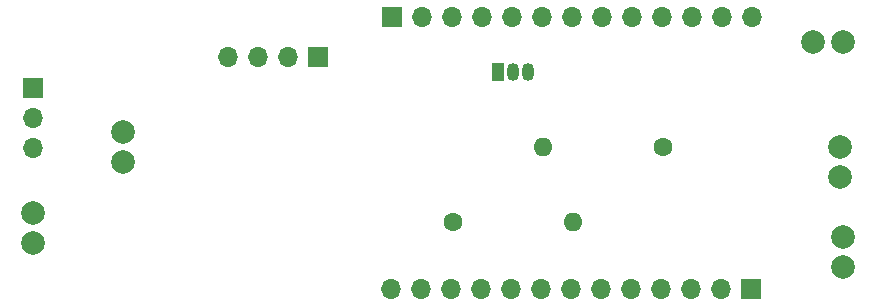
<source format=gbr>
%TF.GenerationSoftware,KiCad,Pcbnew,6.0.10-1.fc36*%
%TF.CreationDate,2023-01-12T14:27:35+01:00*%
%TF.ProjectId,wererabbit_game,77657265-7261-4626-9269-745f67616d65,rev?*%
%TF.SameCoordinates,Original*%
%TF.FileFunction,Soldermask,Top*%
%TF.FilePolarity,Negative*%
%FSLAX46Y46*%
G04 Gerber Fmt 4.6, Leading zero omitted, Abs format (unit mm)*
G04 Created by KiCad (PCBNEW 6.0.10-1.fc36) date 2023-01-12 14:27:35*
%MOMM*%
%LPD*%
G01*
G04 APERTURE LIST*
%ADD10C,1.600000*%
%ADD11O,1.600000X1.600000*%
%ADD12C,2.000000*%
%ADD13R,1.700000X1.700000*%
%ADD14O,1.700000X1.700000*%
%ADD15R,1.050000X1.500000*%
%ADD16O,1.050000X1.500000*%
G04 APERTURE END LIST*
D10*
%TO.C,R1*%
X137160000Y-119380000D03*
D11*
X147320000Y-119380000D03*
%TD*%
D12*
%TO.C,J8*%
X101600000Y-121110000D03*
X101600000Y-118570000D03*
%TD*%
%TO.C,J10*%
X170180000Y-120650000D03*
X170180000Y-123190000D03*
%TD*%
%TO.C,J11*%
X109220000Y-111710000D03*
X109220000Y-114250000D03*
%TD*%
%TO.C,J6*%
X169970000Y-113030000D03*
X169970000Y-115570000D03*
%TD*%
D13*
%TO.C,SW1*%
X101625000Y-107995000D03*
D14*
X101625000Y-110535000D03*
X101625000Y-113075000D03*
%TD*%
D13*
%TO.C,J9*%
X125730000Y-105410000D03*
D14*
X123190000Y-105410000D03*
X120650000Y-105410000D03*
X118110000Y-105410000D03*
%TD*%
D13*
%TO.C,J2*%
X132000000Y-102000000D03*
D14*
X134540000Y-102000000D03*
X137080000Y-102000000D03*
X139620000Y-102000000D03*
X142160000Y-102000000D03*
X144700000Y-102000000D03*
X147240000Y-102000000D03*
X149780000Y-102000000D03*
X152320000Y-102000000D03*
X154860000Y-102000000D03*
X157400000Y-102000000D03*
X159940000Y-102000000D03*
X162480000Y-102000000D03*
%TD*%
D10*
%TO.C,R2*%
X154940000Y-113030000D03*
D11*
X144780000Y-113030000D03*
%TD*%
D12*
%TO.C,J7*%
X167640000Y-104140000D03*
X170180000Y-104140000D03*
%TD*%
D15*
%TO.C,Q1*%
X140970000Y-106680000D03*
D16*
X142240000Y-106680000D03*
X143510000Y-106680000D03*
%TD*%
D13*
%TO.C,J1*%
X162400000Y-125000000D03*
D14*
X159860000Y-125000000D03*
X157320000Y-125000000D03*
X154780000Y-125000000D03*
X152240000Y-125000000D03*
X149700000Y-125000000D03*
X147160000Y-125000000D03*
X144620000Y-125000000D03*
X142080000Y-125000000D03*
X139540000Y-125000000D03*
X137000000Y-125000000D03*
X134460000Y-125000000D03*
X131920000Y-125000000D03*
%TD*%
M02*

</source>
